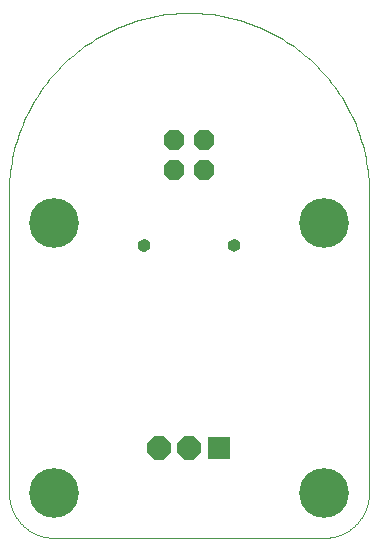
<source format=gts>
G75*
%MOIN*%
%OFA0B0*%
%FSLAX25Y25*%
%IPPOS*%
%LPD*%
%AMOC8*
5,1,8,0,0,1.08239X$1,22.5*
%
%ADD10OC8,0.06800*%
%ADD11C,0.00500*%
%ADD12C,0.16611*%
%ADD13C,0.00000*%
%ADD14OC8,0.07800*%
%ADD15R,0.07800X0.07800*%
D10*
X0059000Y0124000D03*
X0059000Y0134000D03*
X0069000Y0134000D03*
X0069000Y0124000D03*
D11*
X0078250Y0100586D02*
X0078616Y0100710D01*
X0079000Y0100750D01*
X0079382Y0100716D01*
X0079746Y0100598D01*
X0080075Y0100402D01*
X0080352Y0100137D01*
X0080563Y0099818D01*
X0080698Y0099459D01*
X0080750Y0099080D01*
X0080715Y0098679D01*
X0080592Y0098297D01*
X0080386Y0097951D01*
X0080109Y0097660D01*
X0079774Y0097437D01*
X0079398Y0097295D01*
X0079000Y0097240D01*
X0078607Y0097291D01*
X0078235Y0097428D01*
X0077903Y0097645D01*
X0077628Y0097930D01*
X0077423Y0098269D01*
X0077298Y0098645D01*
X0077260Y0099040D01*
X0077307Y0099423D01*
X0077437Y0099787D01*
X0077646Y0100112D01*
X0077921Y0100383D01*
X0078250Y0100586D01*
X0078597Y0100704D02*
X0079420Y0100704D01*
X0080281Y0100205D02*
X0077740Y0100205D01*
X0077409Y0099707D02*
X0080605Y0099707D01*
X0080733Y0099208D02*
X0077281Y0099208D01*
X0077292Y0098710D02*
X0080718Y0098710D01*
X0080541Y0098211D02*
X0077457Y0098211D01*
X0077838Y0097713D02*
X0080160Y0097713D01*
X0050720Y0099050D02*
X0050685Y0098649D01*
X0050562Y0098267D01*
X0050356Y0097921D01*
X0050079Y0097630D01*
X0049744Y0097407D01*
X0049368Y0097265D01*
X0048970Y0097210D01*
X0048577Y0097261D01*
X0048205Y0097398D01*
X0047873Y0097615D01*
X0047598Y0097900D01*
X0047393Y0098239D01*
X0047268Y0098615D01*
X0047230Y0099010D01*
X0047277Y0099393D01*
X0047407Y0099757D01*
X0047616Y0100082D01*
X0047891Y0100353D01*
X0048220Y0100556D01*
X0048586Y0100680D01*
X0048970Y0100720D01*
X0049352Y0100686D01*
X0049716Y0100568D01*
X0050045Y0100372D01*
X0050322Y0100108D01*
X0050533Y0099788D01*
X0050668Y0099430D01*
X0050720Y0099050D01*
X0050699Y0099208D02*
X0047254Y0099208D01*
X0047259Y0098710D02*
X0050690Y0098710D01*
X0050529Y0098211D02*
X0047409Y0098211D01*
X0047779Y0097713D02*
X0050158Y0097713D01*
X0048999Y0097214D02*
X0048940Y0097214D01*
X0047389Y0099707D02*
X0050564Y0099707D01*
X0050220Y0100205D02*
X0047741Y0100205D01*
X0048813Y0100704D02*
X0049154Y0100704D01*
D12*
X0019000Y0106500D03*
X0019000Y0016500D03*
X0109000Y0016500D03*
X0109000Y0106500D03*
D13*
X0004000Y0116500D02*
X0004000Y0016500D01*
X0004004Y0016138D01*
X0004018Y0015775D01*
X0004039Y0015413D01*
X0004070Y0015052D01*
X0004109Y0014692D01*
X0004157Y0014333D01*
X0004214Y0013975D01*
X0004279Y0013618D01*
X0004353Y0013263D01*
X0004436Y0012910D01*
X0004527Y0012559D01*
X0004626Y0012211D01*
X0004734Y0011865D01*
X0004850Y0011521D01*
X0004975Y0011181D01*
X0005107Y0010844D01*
X0005248Y0010510D01*
X0005397Y0010179D01*
X0005554Y0009852D01*
X0005718Y0009529D01*
X0005890Y0009210D01*
X0006070Y0008896D01*
X0006258Y0008585D01*
X0006453Y0008280D01*
X0006655Y0007979D01*
X0006865Y0007683D01*
X0007081Y0007393D01*
X0007305Y0007107D01*
X0007535Y0006827D01*
X0007772Y0006553D01*
X0008016Y0006285D01*
X0008266Y0006022D01*
X0008522Y0005766D01*
X0008785Y0005516D01*
X0009053Y0005272D01*
X0009327Y0005035D01*
X0009607Y0004805D01*
X0009893Y0004581D01*
X0010183Y0004365D01*
X0010479Y0004155D01*
X0010780Y0003953D01*
X0011085Y0003758D01*
X0011396Y0003570D01*
X0011710Y0003390D01*
X0012029Y0003218D01*
X0012352Y0003054D01*
X0012679Y0002897D01*
X0013010Y0002748D01*
X0013344Y0002607D01*
X0013681Y0002475D01*
X0014021Y0002350D01*
X0014365Y0002234D01*
X0014711Y0002126D01*
X0015059Y0002027D01*
X0015410Y0001936D01*
X0015763Y0001853D01*
X0016118Y0001779D01*
X0016475Y0001714D01*
X0016833Y0001657D01*
X0017192Y0001609D01*
X0017552Y0001570D01*
X0017913Y0001539D01*
X0018275Y0001518D01*
X0018638Y0001504D01*
X0019000Y0001500D01*
X0109000Y0001500D01*
X0109362Y0001504D01*
X0109725Y0001518D01*
X0110087Y0001539D01*
X0110448Y0001570D01*
X0110808Y0001609D01*
X0111167Y0001657D01*
X0111525Y0001714D01*
X0111882Y0001779D01*
X0112237Y0001853D01*
X0112590Y0001936D01*
X0112941Y0002027D01*
X0113289Y0002126D01*
X0113635Y0002234D01*
X0113979Y0002350D01*
X0114319Y0002475D01*
X0114656Y0002607D01*
X0114990Y0002748D01*
X0115321Y0002897D01*
X0115648Y0003054D01*
X0115971Y0003218D01*
X0116290Y0003390D01*
X0116604Y0003570D01*
X0116915Y0003758D01*
X0117220Y0003953D01*
X0117521Y0004155D01*
X0117817Y0004365D01*
X0118107Y0004581D01*
X0118393Y0004805D01*
X0118673Y0005035D01*
X0118947Y0005272D01*
X0119215Y0005516D01*
X0119478Y0005766D01*
X0119734Y0006022D01*
X0119984Y0006285D01*
X0120228Y0006553D01*
X0120465Y0006827D01*
X0120695Y0007107D01*
X0120919Y0007393D01*
X0121135Y0007683D01*
X0121345Y0007979D01*
X0121547Y0008280D01*
X0121742Y0008585D01*
X0121930Y0008896D01*
X0122110Y0009210D01*
X0122282Y0009529D01*
X0122446Y0009852D01*
X0122603Y0010179D01*
X0122752Y0010510D01*
X0122893Y0010844D01*
X0123025Y0011181D01*
X0123150Y0011521D01*
X0123266Y0011865D01*
X0123374Y0012211D01*
X0123473Y0012559D01*
X0123564Y0012910D01*
X0123647Y0013263D01*
X0123721Y0013618D01*
X0123786Y0013975D01*
X0123843Y0014333D01*
X0123891Y0014692D01*
X0123930Y0015052D01*
X0123961Y0015413D01*
X0123982Y0015775D01*
X0123996Y0016138D01*
X0124000Y0016500D01*
X0124000Y0116500D01*
X0123982Y0117961D01*
X0123929Y0119421D01*
X0123840Y0120880D01*
X0123716Y0122336D01*
X0123556Y0123788D01*
X0123361Y0125236D01*
X0123130Y0126679D01*
X0122865Y0128116D01*
X0122565Y0129546D01*
X0122230Y0130968D01*
X0121860Y0132382D01*
X0121456Y0133786D01*
X0121018Y0135180D01*
X0120546Y0136563D01*
X0120041Y0137934D01*
X0119502Y0139292D01*
X0118931Y0140637D01*
X0118327Y0141967D01*
X0117691Y0143283D01*
X0117023Y0144582D01*
X0116323Y0145865D01*
X0115592Y0147130D01*
X0114831Y0148378D01*
X0114040Y0149606D01*
X0113219Y0150815D01*
X0112369Y0152003D01*
X0111490Y0153170D01*
X0110583Y0154316D01*
X0109648Y0155439D01*
X0108686Y0156539D01*
X0107698Y0157615D01*
X0106684Y0158667D01*
X0105644Y0159694D01*
X0104580Y0160695D01*
X0103492Y0161671D01*
X0102380Y0162619D01*
X0101246Y0163540D01*
X0100089Y0164433D01*
X0098912Y0165297D01*
X0097713Y0166133D01*
X0096494Y0166939D01*
X0095256Y0167716D01*
X0094000Y0168462D01*
X0092726Y0169177D01*
X0091435Y0169861D01*
X0090127Y0170513D01*
X0088804Y0171133D01*
X0087466Y0171721D01*
X0086115Y0172276D01*
X0084750Y0172798D01*
X0083373Y0173286D01*
X0081984Y0173741D01*
X0080585Y0174162D01*
X0079176Y0174549D01*
X0077758Y0174901D01*
X0076332Y0175219D01*
X0074898Y0175502D01*
X0073458Y0175750D01*
X0072013Y0175963D01*
X0070562Y0176140D01*
X0069108Y0176282D01*
X0067651Y0176389D01*
X0066191Y0176460D01*
X0064731Y0176496D01*
X0063269Y0176496D01*
X0061809Y0176460D01*
X0060349Y0176389D01*
X0058892Y0176282D01*
X0057438Y0176140D01*
X0055987Y0175963D01*
X0054542Y0175750D01*
X0053102Y0175502D01*
X0051668Y0175219D01*
X0050242Y0174901D01*
X0048824Y0174549D01*
X0047415Y0174162D01*
X0046016Y0173741D01*
X0044627Y0173286D01*
X0043250Y0172798D01*
X0041885Y0172276D01*
X0040534Y0171721D01*
X0039196Y0171133D01*
X0037873Y0170513D01*
X0036565Y0169861D01*
X0035274Y0169177D01*
X0034000Y0168462D01*
X0032744Y0167716D01*
X0031506Y0166939D01*
X0030287Y0166133D01*
X0029088Y0165297D01*
X0027911Y0164433D01*
X0026754Y0163540D01*
X0025620Y0162619D01*
X0024508Y0161671D01*
X0023420Y0160695D01*
X0022356Y0159694D01*
X0021316Y0158667D01*
X0020302Y0157615D01*
X0019314Y0156539D01*
X0018352Y0155439D01*
X0017417Y0154316D01*
X0016510Y0153170D01*
X0015631Y0152003D01*
X0014781Y0150815D01*
X0013960Y0149606D01*
X0013169Y0148378D01*
X0012408Y0147130D01*
X0011677Y0145865D01*
X0010977Y0144582D01*
X0010309Y0143283D01*
X0009673Y0141967D01*
X0009069Y0140637D01*
X0008498Y0139292D01*
X0007959Y0137934D01*
X0007454Y0136563D01*
X0006982Y0135180D01*
X0006544Y0133786D01*
X0006140Y0132382D01*
X0005770Y0130968D01*
X0005435Y0129546D01*
X0005135Y0128116D01*
X0004870Y0126679D01*
X0004639Y0125236D01*
X0004444Y0123788D01*
X0004284Y0122336D01*
X0004160Y0120880D01*
X0004071Y0119421D01*
X0004018Y0117961D01*
X0004000Y0116500D01*
D14*
X0054000Y0031500D03*
X0064000Y0031500D03*
D15*
X0074000Y0031500D03*
M02*

</source>
